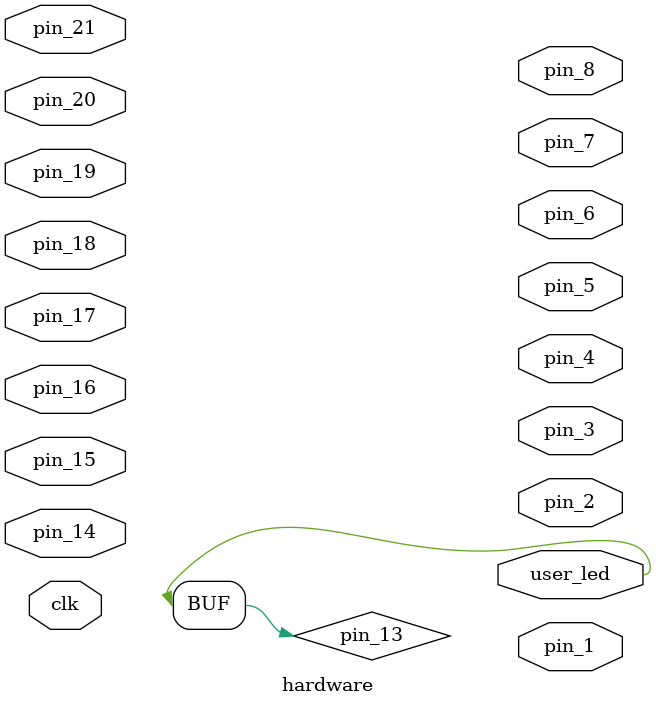
<source format=sv>
module hardware (
    input  logic clk,
    output logic user_led,
    output logic pin_1,
    output logic pin_2,
    output logic pin_3,
    output logic pin_4,
    output logic pin_5,
    output logic pin_6,
    output logic pin_7,
    output logic pin_8,
    input  logic pin_14,
    input  logic pin_15,
    input  logic pin_16,
    input  logic pin_17,
    input  logic pin_18,
    input  logic pin_19,
    input  logic pin_20,
    input  logic pin_21
);

  // Reset
  logic rstn;
  POR #(
      .POR_CLK(8)
  ) por (
      .clk (clk),
      .rstn(rstn)
  );

  assign pin_13 = user_led;

  logic [23:0] addr = 24'h05_0000 + {pin_1, pin_2, pin_3, pin_4, pin_5, pin_6, pin_7, pin_8, 0, 0};
  logic [31:0] data;

  Parallel_ROM rom (
      .rstn(rstn),
      .clk(clk),
      .addr(addr),
      .data(data),
      .readyn(),
      .scl(),
      .mosi(),
      .miso()
  );

endmodule

</source>
